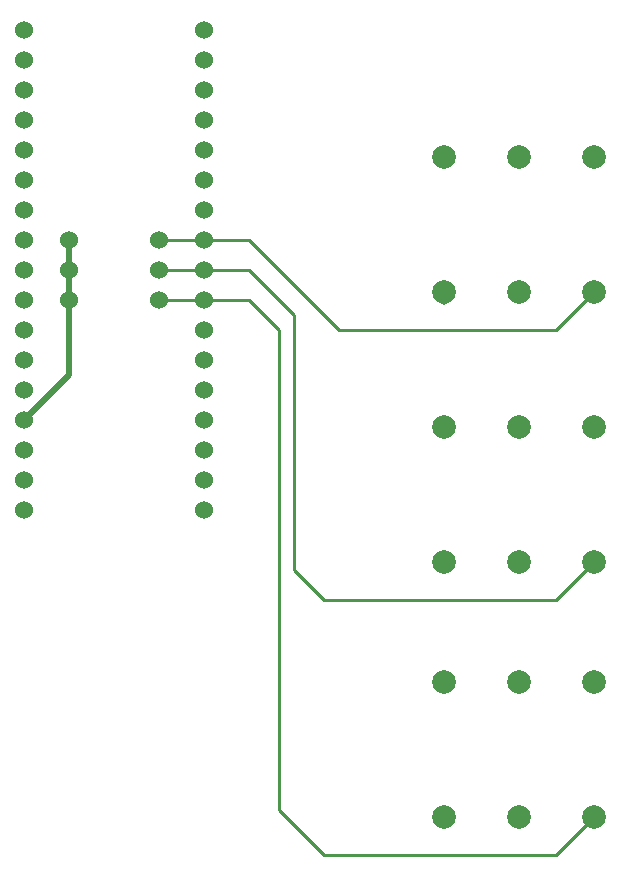
<source format=gbr>
G04 #@! TF.GenerationSoftware,KiCad,Pcbnew,5.1.5-52549c5~84~ubuntu18.04.1*
G04 #@! TF.CreationDate,2019-11-30T13:56:51-05:00*
G04 #@! TF.ProjectId,pedal-controller,70656461-6c2d-4636-9f6e-74726f6c6c65,rev?*
G04 #@! TF.SameCoordinates,Original*
G04 #@! TF.FileFunction,Copper,L1,Top*
G04 #@! TF.FilePolarity,Positive*
%FSLAX46Y46*%
G04 Gerber Fmt 4.6, Leading zero omitted, Abs format (unit mm)*
G04 Created by KiCad (PCBNEW 5.1.5-52549c5~84~ubuntu18.04.1) date 2019-11-30 13:56:51*
%MOMM*%
%LPD*%
G04 APERTURE LIST*
%ADD10C,1.524000*%
%ADD11C,2.000000*%
%ADD12C,0.800000*%
%ADD13C,0.250000*%
%ADD14C,0.500000*%
G04 APERTURE END LIST*
D10*
X245110000Y-35560000D03*
X237490000Y-35560000D03*
X245110000Y-40640000D03*
X237490000Y-40640000D03*
X245110000Y-38100000D03*
X237490000Y-38100000D03*
X248920000Y-55880000D03*
X248920000Y-58420000D03*
X248920000Y-53340000D03*
X248920000Y-50800000D03*
X248920000Y-48260000D03*
X248920000Y-45720000D03*
X248920000Y-43180000D03*
X248920000Y-40640000D03*
X248920000Y-38100000D03*
X248920000Y-35560000D03*
X248920000Y-33020000D03*
X248920000Y-30480000D03*
X248920000Y-27940000D03*
X248920000Y-25400000D03*
X248920000Y-22860000D03*
X248920000Y-20320000D03*
X248920000Y-17780000D03*
X233680000Y-58420000D03*
X233680000Y-55880000D03*
X233680000Y-53340000D03*
X233680000Y-50800000D03*
X233680000Y-48260000D03*
X233680000Y-45720000D03*
X233680000Y-43180000D03*
X233680000Y-40640000D03*
X233680000Y-38100000D03*
X233680000Y-35560000D03*
X233680000Y-33020000D03*
X233680000Y-30480000D03*
X233680000Y-27940000D03*
X233680000Y-25400000D03*
X233680000Y-22860000D03*
X233680000Y-20320000D03*
X233680000Y-17780000D03*
D11*
X281940000Y-84440000D03*
X281940000Y-73040000D03*
X275590000Y-84440000D03*
X275590000Y-73040000D03*
X269240000Y-84440000D03*
X269240000Y-73040000D03*
X281940000Y-62850000D03*
X281940000Y-51450000D03*
X275590000Y-62850000D03*
X275590000Y-51450000D03*
X269240000Y-62850000D03*
X269240000Y-51450000D03*
X281940000Y-39990000D03*
X281940000Y-28590000D03*
X275590000Y-39990000D03*
X275590000Y-28590000D03*
X269240000Y-39990000D03*
X269240000Y-28590000D03*
D12*
X269240000Y-40640000D03*
D13*
X248920000Y-35560000D02*
X245110000Y-35560000D01*
X248920000Y-38100000D02*
X245110000Y-38100000D01*
X248920000Y-40640000D02*
X245110000Y-40640000D01*
X259080000Y-87630000D02*
X278750000Y-87630000D01*
X278750000Y-87630000D02*
X281940000Y-84440000D01*
X255270000Y-83820000D02*
X259080000Y-87630000D01*
X252730000Y-40640000D02*
X255270000Y-43180000D01*
X248920000Y-40640000D02*
X252730000Y-40640000D01*
X255270000Y-43180000D02*
X255270000Y-83820000D01*
D14*
X237490000Y-35560000D02*
X237490000Y-46990000D01*
X237490000Y-46990000D02*
X233680000Y-50800000D01*
D13*
X260350000Y-43180000D02*
X278750000Y-43180000D01*
X278750000Y-43180000D02*
X281940000Y-39990000D01*
X252730000Y-35560000D02*
X260350000Y-43180000D01*
X248920000Y-35560000D02*
X252730000Y-35560000D01*
X259080000Y-66040000D02*
X278750000Y-66040000D01*
X278750000Y-66040000D02*
X281940000Y-62850000D01*
X256540000Y-63500000D02*
X259080000Y-66040000D01*
X256540000Y-41910000D02*
X256540000Y-63500000D01*
X252730000Y-38100000D02*
X256540000Y-41910000D01*
X248920000Y-38100000D02*
X252730000Y-38100000D01*
X250190000Y-35560000D02*
X248920000Y-35560000D01*
X248920000Y-40640000D02*
X248920000Y-40640000D01*
M02*

</source>
